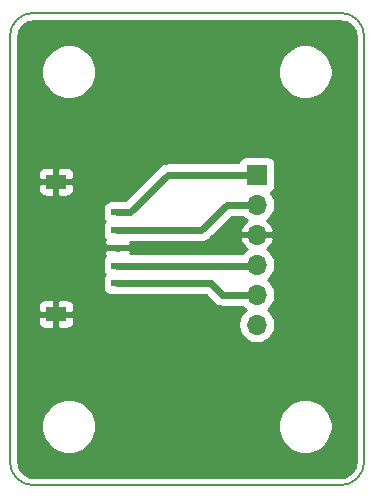
<source format=gbr>
G04 #@! TF.GenerationSoftware,KiCad,Pcbnew,5.1.6-c6e7f7d~86~ubuntu20.04.1*
G04 #@! TF.CreationDate,2020-05-17T01:17:36+03:00*
G04 #@! TF.ProjectId,PIC-ICSP-504050,5049432d-4943-4535-902d-353034303530,v1.0*
G04 #@! TF.SameCoordinates,Original*
G04 #@! TF.FileFunction,Copper,L1,Top*
G04 #@! TF.FilePolarity,Positive*
%FSLAX46Y46*%
G04 Gerber Fmt 4.6, Leading zero omitted, Abs format (unit mm)*
G04 Created by KiCad (PCBNEW 5.1.6-c6e7f7d~86~ubuntu20.04.1) date 2020-05-17 01:17:36*
%MOMM*%
%LPD*%
G01*
G04 APERTURE LIST*
G04 #@! TA.AperFunction,Profile*
%ADD10C,0.150000*%
G04 #@! TD*
G04 #@! TA.AperFunction,SMDPad,CuDef*
%ADD11R,1.000000X0.600000*%
G04 #@! TD*
G04 #@! TA.AperFunction,SMDPad,CuDef*
%ADD12R,1.800000X1.250000*%
G04 #@! TD*
G04 #@! TA.AperFunction,ComponentPad*
%ADD13R,1.700000X1.700000*%
G04 #@! TD*
G04 #@! TA.AperFunction,ComponentPad*
%ADD14O,1.700000X1.700000*%
G04 #@! TD*
G04 #@! TA.AperFunction,Conductor*
%ADD15C,0.600000*%
G04 #@! TD*
G04 #@! TA.AperFunction,Conductor*
%ADD16C,0.254000*%
G04 #@! TD*
G04 APERTURE END LIST*
D10*
X78000000Y-50000000D02*
G75*
G02*
X80000000Y-52000000I0J-2000000D01*
G01*
X80000000Y-88000000D02*
G75*
G02*
X78000000Y-90000000I-2000000J0D01*
G01*
X52000000Y-90000000D02*
G75*
G02*
X50000000Y-88000000I0J2000000D01*
G01*
X50000000Y-52000000D02*
G75*
G02*
X52000000Y-50000000I2000000J0D01*
G01*
X50000000Y-88000000D02*
X50000000Y-52000000D01*
X52000000Y-90000000D02*
X78000000Y-90000000D01*
X80000000Y-52000000D02*
X80000000Y-88000000D01*
X52000000Y-50000000D02*
X78000000Y-50000000D01*
D11*
X59095000Y-72900000D03*
X59095000Y-71400000D03*
X59095000Y-69900000D03*
X59095000Y-68400000D03*
X59095000Y-66900000D03*
D12*
X53905000Y-75505000D03*
X53905000Y-64295000D03*
D13*
X70900000Y-63700000D03*
D14*
X70900000Y-66240000D03*
X70900000Y-68780000D03*
X70900000Y-71320000D03*
X70900000Y-73860000D03*
X70900000Y-76400000D03*
D15*
X63395000Y-63700000D02*
X69450000Y-63700000D01*
X69450000Y-63700000D02*
X70900000Y-63700000D01*
X60195000Y-66900000D02*
X63395000Y-63700000D01*
X59095000Y-66900000D02*
X60195000Y-66900000D01*
X68360000Y-66240000D02*
X70900000Y-66240000D01*
X59095000Y-68400000D02*
X66200000Y-68400000D01*
X66200000Y-68400000D02*
X68360000Y-66240000D01*
X70820000Y-71400000D02*
X70900000Y-71320000D01*
X59095000Y-71400000D02*
X70820000Y-71400000D01*
X70890000Y-73850000D02*
X70900000Y-73860000D01*
X67950000Y-73850000D02*
X70890000Y-73850000D01*
X59095000Y-72900000D02*
X67000000Y-72900000D01*
X67000000Y-72900000D02*
X67950000Y-73850000D01*
D16*
G36*
X78249899Y-50737907D02*
G01*
X78490285Y-50810484D01*
X78711991Y-50928368D01*
X78906577Y-51087068D01*
X79066635Y-51280545D01*
X79186064Y-51501424D01*
X79260317Y-51741297D01*
X79290000Y-52023716D01*
X79290001Y-87965269D01*
X79262093Y-88249899D01*
X79189517Y-88490282D01*
X79071633Y-88711989D01*
X78912929Y-88906580D01*
X78719455Y-89066635D01*
X78498576Y-89186064D01*
X78258701Y-89260317D01*
X77976291Y-89290000D01*
X52034721Y-89290000D01*
X51750101Y-89262093D01*
X51509718Y-89189517D01*
X51288011Y-89071633D01*
X51093420Y-88912929D01*
X50933365Y-88719455D01*
X50813936Y-88498576D01*
X50739683Y-88258701D01*
X50710000Y-87976291D01*
X50710000Y-84770811D01*
X52673000Y-84770811D01*
X52673000Y-85229189D01*
X52762426Y-85678761D01*
X52937840Y-86102248D01*
X53192501Y-86483376D01*
X53516624Y-86807499D01*
X53897752Y-87062160D01*
X54321239Y-87237574D01*
X54770811Y-87327000D01*
X55229189Y-87327000D01*
X55678761Y-87237574D01*
X56102248Y-87062160D01*
X56483376Y-86807499D01*
X56807499Y-86483376D01*
X57062160Y-86102248D01*
X57237574Y-85678761D01*
X57327000Y-85229189D01*
X57327000Y-84770811D01*
X72673000Y-84770811D01*
X72673000Y-85229189D01*
X72762426Y-85678761D01*
X72937840Y-86102248D01*
X73192501Y-86483376D01*
X73516624Y-86807499D01*
X73897752Y-87062160D01*
X74321239Y-87237574D01*
X74770811Y-87327000D01*
X75229189Y-87327000D01*
X75678761Y-87237574D01*
X76102248Y-87062160D01*
X76483376Y-86807499D01*
X76807499Y-86483376D01*
X77062160Y-86102248D01*
X77237574Y-85678761D01*
X77327000Y-85229189D01*
X77327000Y-84770811D01*
X77237574Y-84321239D01*
X77062160Y-83897752D01*
X76807499Y-83516624D01*
X76483376Y-83192501D01*
X76102248Y-82937840D01*
X75678761Y-82762426D01*
X75229189Y-82673000D01*
X74770811Y-82673000D01*
X74321239Y-82762426D01*
X73897752Y-82937840D01*
X73516624Y-83192501D01*
X73192501Y-83516624D01*
X72937840Y-83897752D01*
X72762426Y-84321239D01*
X72673000Y-84770811D01*
X57327000Y-84770811D01*
X57237574Y-84321239D01*
X57062160Y-83897752D01*
X56807499Y-83516624D01*
X56483376Y-83192501D01*
X56102248Y-82937840D01*
X55678761Y-82762426D01*
X55229189Y-82673000D01*
X54770811Y-82673000D01*
X54321239Y-82762426D01*
X53897752Y-82937840D01*
X53516624Y-83192501D01*
X53192501Y-83516624D01*
X52937840Y-83897752D01*
X52762426Y-84321239D01*
X52673000Y-84770811D01*
X50710000Y-84770811D01*
X50710000Y-76130000D01*
X52366928Y-76130000D01*
X52379188Y-76254482D01*
X52415498Y-76374180D01*
X52474463Y-76484494D01*
X52553815Y-76581185D01*
X52650506Y-76660537D01*
X52760820Y-76719502D01*
X52880518Y-76755812D01*
X53005000Y-76768072D01*
X53619250Y-76765000D01*
X53778000Y-76606250D01*
X53778000Y-75632000D01*
X54032000Y-75632000D01*
X54032000Y-76606250D01*
X54190750Y-76765000D01*
X54805000Y-76768072D01*
X54929482Y-76755812D01*
X55049180Y-76719502D01*
X55159494Y-76660537D01*
X55256185Y-76581185D01*
X55335537Y-76484494D01*
X55394502Y-76374180D01*
X55430812Y-76254482D01*
X55443072Y-76130000D01*
X55440000Y-75790750D01*
X55281250Y-75632000D01*
X54032000Y-75632000D01*
X53778000Y-75632000D01*
X52528750Y-75632000D01*
X52370000Y-75790750D01*
X52366928Y-76130000D01*
X50710000Y-76130000D01*
X50710000Y-74880000D01*
X52366928Y-74880000D01*
X52370000Y-75219250D01*
X52528750Y-75378000D01*
X53778000Y-75378000D01*
X53778000Y-74403750D01*
X54032000Y-74403750D01*
X54032000Y-75378000D01*
X55281250Y-75378000D01*
X55440000Y-75219250D01*
X55443072Y-74880000D01*
X55430812Y-74755518D01*
X55394502Y-74635820D01*
X55335537Y-74525506D01*
X55256185Y-74428815D01*
X55159494Y-74349463D01*
X55049180Y-74290498D01*
X54929482Y-74254188D01*
X54805000Y-74241928D01*
X54190750Y-74245000D01*
X54032000Y-74403750D01*
X53778000Y-74403750D01*
X53619250Y-74245000D01*
X53005000Y-74241928D01*
X52880518Y-74254188D01*
X52760820Y-74290498D01*
X52650506Y-74349463D01*
X52553815Y-74428815D01*
X52474463Y-74525506D01*
X52415498Y-74635820D01*
X52379188Y-74755518D01*
X52366928Y-74880000D01*
X50710000Y-74880000D01*
X50710000Y-71100000D01*
X57864483Y-71100000D01*
X57864483Y-71700000D01*
X57878520Y-71842517D01*
X57920090Y-71979557D01*
X57987597Y-72105853D01*
X58023827Y-72150000D01*
X57987597Y-72194147D01*
X57920090Y-72320443D01*
X57878520Y-72457483D01*
X57864483Y-72600000D01*
X57864483Y-73200000D01*
X57878520Y-73342517D01*
X57920090Y-73479557D01*
X57987597Y-73605853D01*
X58078446Y-73716554D01*
X58189147Y-73807403D01*
X58315443Y-73874910D01*
X58452483Y-73916480D01*
X58595000Y-73930517D01*
X59595000Y-73930517D01*
X59630708Y-73927000D01*
X66574604Y-73927000D01*
X67188127Y-74540524D01*
X67220288Y-74579712D01*
X67376669Y-74708051D01*
X67555083Y-74803415D01*
X67689947Y-74844326D01*
X67748672Y-74862140D01*
X67766831Y-74863928D01*
X67899549Y-74877000D01*
X67899556Y-74877000D01*
X67950000Y-74881968D01*
X68000443Y-74877000D01*
X69686785Y-74877000D01*
X69894721Y-75084936D01*
X69962164Y-75130000D01*
X69894721Y-75175064D01*
X69675064Y-75394721D01*
X69502481Y-75653011D01*
X69383604Y-75940006D01*
X69323000Y-76244679D01*
X69323000Y-76555321D01*
X69383604Y-76859994D01*
X69502481Y-77146989D01*
X69675064Y-77405279D01*
X69894721Y-77624936D01*
X70153011Y-77797519D01*
X70440006Y-77916396D01*
X70744679Y-77977000D01*
X71055321Y-77977000D01*
X71359994Y-77916396D01*
X71646989Y-77797519D01*
X71905279Y-77624936D01*
X72124936Y-77405279D01*
X72297519Y-77146989D01*
X72416396Y-76859994D01*
X72477000Y-76555321D01*
X72477000Y-76244679D01*
X72416396Y-75940006D01*
X72297519Y-75653011D01*
X72124936Y-75394721D01*
X71905279Y-75175064D01*
X71837836Y-75130000D01*
X71905279Y-75084936D01*
X72124936Y-74865279D01*
X72297519Y-74606989D01*
X72416396Y-74319994D01*
X72477000Y-74015321D01*
X72477000Y-73704679D01*
X72416396Y-73400006D01*
X72297519Y-73113011D01*
X72124936Y-72854721D01*
X71905279Y-72635064D01*
X71837836Y-72590000D01*
X71905279Y-72544936D01*
X72124936Y-72325279D01*
X72297519Y-72066989D01*
X72416396Y-71779994D01*
X72477000Y-71475321D01*
X72477000Y-71164679D01*
X72416396Y-70860006D01*
X72297519Y-70573011D01*
X72124936Y-70314721D01*
X71905279Y-70095064D01*
X71752014Y-69992656D01*
X71781355Y-69975178D01*
X71997588Y-69780269D01*
X72171641Y-69546920D01*
X72296825Y-69284099D01*
X72341476Y-69136890D01*
X72220155Y-68907000D01*
X71027000Y-68907000D01*
X71027000Y-68927000D01*
X70773000Y-68927000D01*
X70773000Y-68907000D01*
X69579845Y-68907000D01*
X69458524Y-69136890D01*
X69503175Y-69284099D01*
X69628359Y-69546920D01*
X69802412Y-69780269D01*
X70018645Y-69975178D01*
X70047986Y-69992656D01*
X69894721Y-70095064D01*
X69675064Y-70314721D01*
X69636123Y-70373000D01*
X60206094Y-70373000D01*
X60220812Y-70324482D01*
X60233072Y-70200000D01*
X60230000Y-70185750D01*
X60071250Y-70027000D01*
X59222000Y-70027000D01*
X59222000Y-70047000D01*
X58968000Y-70047000D01*
X58968000Y-70027000D01*
X58118750Y-70027000D01*
X57960000Y-70185750D01*
X57956928Y-70200000D01*
X57969188Y-70324482D01*
X58005498Y-70444180D01*
X58064463Y-70554494D01*
X58084288Y-70578651D01*
X58078446Y-70583446D01*
X57987597Y-70694147D01*
X57920090Y-70820443D01*
X57878520Y-70957483D01*
X57864483Y-71100000D01*
X50710000Y-71100000D01*
X50710000Y-66600000D01*
X57864483Y-66600000D01*
X57864483Y-67200000D01*
X57878520Y-67342517D01*
X57920090Y-67479557D01*
X57987597Y-67605853D01*
X58023827Y-67650000D01*
X57987597Y-67694147D01*
X57920090Y-67820443D01*
X57878520Y-67957483D01*
X57864483Y-68100000D01*
X57864483Y-68700000D01*
X57878520Y-68842517D01*
X57920090Y-68979557D01*
X57987597Y-69105853D01*
X58078446Y-69216554D01*
X58084288Y-69221349D01*
X58064463Y-69245506D01*
X58005498Y-69355820D01*
X57969188Y-69475518D01*
X57956928Y-69600000D01*
X57960000Y-69614250D01*
X58118750Y-69773000D01*
X58968000Y-69773000D01*
X58968000Y-69753000D01*
X59222000Y-69753000D01*
X59222000Y-69773000D01*
X60071250Y-69773000D01*
X60230000Y-69614250D01*
X60233072Y-69600000D01*
X60220812Y-69475518D01*
X60206094Y-69427000D01*
X66149559Y-69427000D01*
X66200000Y-69431968D01*
X66250441Y-69427000D01*
X66250451Y-69427000D01*
X66401327Y-69412140D01*
X66594917Y-69353415D01*
X66773331Y-69258051D01*
X66929712Y-69129712D01*
X66961877Y-69090519D01*
X68785397Y-67267000D01*
X69696785Y-67267000D01*
X69894721Y-67464936D01*
X70047986Y-67567344D01*
X70018645Y-67584822D01*
X69802412Y-67779731D01*
X69628359Y-68013080D01*
X69503175Y-68275901D01*
X69458524Y-68423110D01*
X69579845Y-68653000D01*
X70773000Y-68653000D01*
X70773000Y-68633000D01*
X71027000Y-68633000D01*
X71027000Y-68653000D01*
X72220155Y-68653000D01*
X72341476Y-68423110D01*
X72296825Y-68275901D01*
X72171641Y-68013080D01*
X71997588Y-67779731D01*
X71781355Y-67584822D01*
X71752014Y-67567344D01*
X71905279Y-67464936D01*
X72124936Y-67245279D01*
X72297519Y-66986989D01*
X72416396Y-66699994D01*
X72477000Y-66395321D01*
X72477000Y-66084679D01*
X72416396Y-65780006D01*
X72297519Y-65493011D01*
X72124936Y-65234721D01*
X72085319Y-65195104D01*
X72155853Y-65157403D01*
X72266554Y-65066554D01*
X72357403Y-64955853D01*
X72424910Y-64829557D01*
X72466480Y-64692517D01*
X72480517Y-64550000D01*
X72480517Y-62850000D01*
X72466480Y-62707483D01*
X72424910Y-62570443D01*
X72357403Y-62444147D01*
X72266554Y-62333446D01*
X72155853Y-62242597D01*
X72029557Y-62175090D01*
X71892517Y-62133520D01*
X71750000Y-62119483D01*
X70050000Y-62119483D01*
X69907483Y-62133520D01*
X69770443Y-62175090D01*
X69644147Y-62242597D01*
X69533446Y-62333446D01*
X69442597Y-62444147D01*
X69375090Y-62570443D01*
X69343980Y-62673000D01*
X63445440Y-62673000D01*
X63394999Y-62668032D01*
X63344558Y-62673000D01*
X63344549Y-62673000D01*
X63193673Y-62687860D01*
X63000083Y-62746585D01*
X62821669Y-62841949D01*
X62665288Y-62970288D01*
X62633128Y-63009475D01*
X59769604Y-65873000D01*
X59630708Y-65873000D01*
X59595000Y-65869483D01*
X58595000Y-65869483D01*
X58452483Y-65883520D01*
X58315443Y-65925090D01*
X58189147Y-65992597D01*
X58078446Y-66083446D01*
X57987597Y-66194147D01*
X57920090Y-66320443D01*
X57878520Y-66457483D01*
X57864483Y-66600000D01*
X50710000Y-66600000D01*
X50710000Y-64920000D01*
X52366928Y-64920000D01*
X52379188Y-65044482D01*
X52415498Y-65164180D01*
X52474463Y-65274494D01*
X52553815Y-65371185D01*
X52650506Y-65450537D01*
X52760820Y-65509502D01*
X52880518Y-65545812D01*
X53005000Y-65558072D01*
X53619250Y-65555000D01*
X53778000Y-65396250D01*
X53778000Y-64422000D01*
X54032000Y-64422000D01*
X54032000Y-65396250D01*
X54190750Y-65555000D01*
X54805000Y-65558072D01*
X54929482Y-65545812D01*
X55049180Y-65509502D01*
X55159494Y-65450537D01*
X55256185Y-65371185D01*
X55335537Y-65274494D01*
X55394502Y-65164180D01*
X55430812Y-65044482D01*
X55443072Y-64920000D01*
X55440000Y-64580750D01*
X55281250Y-64422000D01*
X54032000Y-64422000D01*
X53778000Y-64422000D01*
X52528750Y-64422000D01*
X52370000Y-64580750D01*
X52366928Y-64920000D01*
X50710000Y-64920000D01*
X50710000Y-63670000D01*
X52366928Y-63670000D01*
X52370000Y-64009250D01*
X52528750Y-64168000D01*
X53778000Y-64168000D01*
X53778000Y-63193750D01*
X54032000Y-63193750D01*
X54032000Y-64168000D01*
X55281250Y-64168000D01*
X55440000Y-64009250D01*
X55443072Y-63670000D01*
X55430812Y-63545518D01*
X55394502Y-63425820D01*
X55335537Y-63315506D01*
X55256185Y-63218815D01*
X55159494Y-63139463D01*
X55049180Y-63080498D01*
X54929482Y-63044188D01*
X54805000Y-63031928D01*
X54190750Y-63035000D01*
X54032000Y-63193750D01*
X53778000Y-63193750D01*
X53619250Y-63035000D01*
X53005000Y-63031928D01*
X52880518Y-63044188D01*
X52760820Y-63080498D01*
X52650506Y-63139463D01*
X52553815Y-63218815D01*
X52474463Y-63315506D01*
X52415498Y-63425820D01*
X52379188Y-63545518D01*
X52366928Y-63670000D01*
X50710000Y-63670000D01*
X50710000Y-54770811D01*
X52673000Y-54770811D01*
X52673000Y-55229189D01*
X52762426Y-55678761D01*
X52937840Y-56102248D01*
X53192501Y-56483376D01*
X53516624Y-56807499D01*
X53897752Y-57062160D01*
X54321239Y-57237574D01*
X54770811Y-57327000D01*
X55229189Y-57327000D01*
X55678761Y-57237574D01*
X56102248Y-57062160D01*
X56483376Y-56807499D01*
X56807499Y-56483376D01*
X57062160Y-56102248D01*
X57237574Y-55678761D01*
X57327000Y-55229189D01*
X57327000Y-54770811D01*
X72673000Y-54770811D01*
X72673000Y-55229189D01*
X72762426Y-55678761D01*
X72937840Y-56102248D01*
X73192501Y-56483376D01*
X73516624Y-56807499D01*
X73897752Y-57062160D01*
X74321239Y-57237574D01*
X74770811Y-57327000D01*
X75229189Y-57327000D01*
X75678761Y-57237574D01*
X76102248Y-57062160D01*
X76483376Y-56807499D01*
X76807499Y-56483376D01*
X77062160Y-56102248D01*
X77237574Y-55678761D01*
X77327000Y-55229189D01*
X77327000Y-54770811D01*
X77237574Y-54321239D01*
X77062160Y-53897752D01*
X76807499Y-53516624D01*
X76483376Y-53192501D01*
X76102248Y-52937840D01*
X75678761Y-52762426D01*
X75229189Y-52673000D01*
X74770811Y-52673000D01*
X74321239Y-52762426D01*
X73897752Y-52937840D01*
X73516624Y-53192501D01*
X73192501Y-53516624D01*
X72937840Y-53897752D01*
X72762426Y-54321239D01*
X72673000Y-54770811D01*
X57327000Y-54770811D01*
X57237574Y-54321239D01*
X57062160Y-53897752D01*
X56807499Y-53516624D01*
X56483376Y-53192501D01*
X56102248Y-52937840D01*
X55678761Y-52762426D01*
X55229189Y-52673000D01*
X54770811Y-52673000D01*
X54321239Y-52762426D01*
X53897752Y-52937840D01*
X53516624Y-53192501D01*
X53192501Y-53516624D01*
X52937840Y-53897752D01*
X52762426Y-54321239D01*
X52673000Y-54770811D01*
X50710000Y-54770811D01*
X50710000Y-52034721D01*
X50737907Y-51750101D01*
X50810484Y-51509715D01*
X50928368Y-51288009D01*
X51087068Y-51093423D01*
X51280545Y-50933365D01*
X51501424Y-50813936D01*
X51741297Y-50739683D01*
X52023716Y-50710000D01*
X77965279Y-50710000D01*
X78249899Y-50737907D01*
G37*
X78249899Y-50737907D02*
X78490285Y-50810484D01*
X78711991Y-50928368D01*
X78906577Y-51087068D01*
X79066635Y-51280545D01*
X79186064Y-51501424D01*
X79260317Y-51741297D01*
X79290000Y-52023716D01*
X79290001Y-87965269D01*
X79262093Y-88249899D01*
X79189517Y-88490282D01*
X79071633Y-88711989D01*
X78912929Y-88906580D01*
X78719455Y-89066635D01*
X78498576Y-89186064D01*
X78258701Y-89260317D01*
X77976291Y-89290000D01*
X52034721Y-89290000D01*
X51750101Y-89262093D01*
X51509718Y-89189517D01*
X51288011Y-89071633D01*
X51093420Y-88912929D01*
X50933365Y-88719455D01*
X50813936Y-88498576D01*
X50739683Y-88258701D01*
X50710000Y-87976291D01*
X50710000Y-84770811D01*
X52673000Y-84770811D01*
X52673000Y-85229189D01*
X52762426Y-85678761D01*
X52937840Y-86102248D01*
X53192501Y-86483376D01*
X53516624Y-86807499D01*
X53897752Y-87062160D01*
X54321239Y-87237574D01*
X54770811Y-87327000D01*
X55229189Y-87327000D01*
X55678761Y-87237574D01*
X56102248Y-87062160D01*
X56483376Y-86807499D01*
X56807499Y-86483376D01*
X57062160Y-86102248D01*
X57237574Y-85678761D01*
X57327000Y-85229189D01*
X57327000Y-84770811D01*
X72673000Y-84770811D01*
X72673000Y-85229189D01*
X72762426Y-85678761D01*
X72937840Y-86102248D01*
X73192501Y-86483376D01*
X73516624Y-86807499D01*
X73897752Y-87062160D01*
X74321239Y-87237574D01*
X74770811Y-87327000D01*
X75229189Y-87327000D01*
X75678761Y-87237574D01*
X76102248Y-87062160D01*
X76483376Y-86807499D01*
X76807499Y-86483376D01*
X77062160Y-86102248D01*
X77237574Y-85678761D01*
X77327000Y-85229189D01*
X77327000Y-84770811D01*
X77237574Y-84321239D01*
X77062160Y-83897752D01*
X76807499Y-83516624D01*
X76483376Y-83192501D01*
X76102248Y-82937840D01*
X75678761Y-82762426D01*
X75229189Y-82673000D01*
X74770811Y-82673000D01*
X74321239Y-82762426D01*
X73897752Y-82937840D01*
X73516624Y-83192501D01*
X73192501Y-83516624D01*
X72937840Y-83897752D01*
X72762426Y-84321239D01*
X72673000Y-84770811D01*
X57327000Y-84770811D01*
X57237574Y-84321239D01*
X57062160Y-83897752D01*
X56807499Y-83516624D01*
X56483376Y-83192501D01*
X56102248Y-82937840D01*
X55678761Y-82762426D01*
X55229189Y-82673000D01*
X54770811Y-82673000D01*
X54321239Y-82762426D01*
X53897752Y-82937840D01*
X53516624Y-83192501D01*
X53192501Y-83516624D01*
X52937840Y-83897752D01*
X52762426Y-84321239D01*
X52673000Y-84770811D01*
X50710000Y-84770811D01*
X50710000Y-76130000D01*
X52366928Y-76130000D01*
X52379188Y-76254482D01*
X52415498Y-76374180D01*
X52474463Y-76484494D01*
X52553815Y-76581185D01*
X52650506Y-76660537D01*
X52760820Y-76719502D01*
X52880518Y-76755812D01*
X53005000Y-76768072D01*
X53619250Y-76765000D01*
X53778000Y-76606250D01*
X53778000Y-75632000D01*
X54032000Y-75632000D01*
X54032000Y-76606250D01*
X54190750Y-76765000D01*
X54805000Y-76768072D01*
X54929482Y-76755812D01*
X55049180Y-76719502D01*
X55159494Y-76660537D01*
X55256185Y-76581185D01*
X55335537Y-76484494D01*
X55394502Y-76374180D01*
X55430812Y-76254482D01*
X55443072Y-76130000D01*
X55440000Y-75790750D01*
X55281250Y-75632000D01*
X54032000Y-75632000D01*
X53778000Y-75632000D01*
X52528750Y-75632000D01*
X52370000Y-75790750D01*
X52366928Y-76130000D01*
X50710000Y-76130000D01*
X50710000Y-74880000D01*
X52366928Y-74880000D01*
X52370000Y-75219250D01*
X52528750Y-75378000D01*
X53778000Y-75378000D01*
X53778000Y-74403750D01*
X54032000Y-74403750D01*
X54032000Y-75378000D01*
X55281250Y-75378000D01*
X55440000Y-75219250D01*
X55443072Y-74880000D01*
X55430812Y-74755518D01*
X55394502Y-74635820D01*
X55335537Y-74525506D01*
X55256185Y-74428815D01*
X55159494Y-74349463D01*
X55049180Y-74290498D01*
X54929482Y-74254188D01*
X54805000Y-74241928D01*
X54190750Y-74245000D01*
X54032000Y-74403750D01*
X53778000Y-74403750D01*
X53619250Y-74245000D01*
X53005000Y-74241928D01*
X52880518Y-74254188D01*
X52760820Y-74290498D01*
X52650506Y-74349463D01*
X52553815Y-74428815D01*
X52474463Y-74525506D01*
X52415498Y-74635820D01*
X52379188Y-74755518D01*
X52366928Y-74880000D01*
X50710000Y-74880000D01*
X50710000Y-71100000D01*
X57864483Y-71100000D01*
X57864483Y-71700000D01*
X57878520Y-71842517D01*
X57920090Y-71979557D01*
X57987597Y-72105853D01*
X58023827Y-72150000D01*
X57987597Y-72194147D01*
X57920090Y-72320443D01*
X57878520Y-72457483D01*
X57864483Y-72600000D01*
X57864483Y-73200000D01*
X57878520Y-73342517D01*
X57920090Y-73479557D01*
X57987597Y-73605853D01*
X58078446Y-73716554D01*
X58189147Y-73807403D01*
X58315443Y-73874910D01*
X58452483Y-73916480D01*
X58595000Y-73930517D01*
X59595000Y-73930517D01*
X59630708Y-73927000D01*
X66574604Y-73927000D01*
X67188127Y-74540524D01*
X67220288Y-74579712D01*
X67376669Y-74708051D01*
X67555083Y-74803415D01*
X67689947Y-74844326D01*
X67748672Y-74862140D01*
X67766831Y-74863928D01*
X67899549Y-74877000D01*
X67899556Y-74877000D01*
X67950000Y-74881968D01*
X68000443Y-74877000D01*
X69686785Y-74877000D01*
X69894721Y-75084936D01*
X69962164Y-75130000D01*
X69894721Y-75175064D01*
X69675064Y-75394721D01*
X69502481Y-75653011D01*
X69383604Y-75940006D01*
X69323000Y-76244679D01*
X69323000Y-76555321D01*
X69383604Y-76859994D01*
X69502481Y-77146989D01*
X69675064Y-77405279D01*
X69894721Y-77624936D01*
X70153011Y-77797519D01*
X70440006Y-77916396D01*
X70744679Y-77977000D01*
X71055321Y-77977000D01*
X71359994Y-77916396D01*
X71646989Y-77797519D01*
X71905279Y-77624936D01*
X72124936Y-77405279D01*
X72297519Y-77146989D01*
X72416396Y-76859994D01*
X72477000Y-76555321D01*
X72477000Y-76244679D01*
X72416396Y-75940006D01*
X72297519Y-75653011D01*
X72124936Y-75394721D01*
X71905279Y-75175064D01*
X71837836Y-75130000D01*
X71905279Y-75084936D01*
X72124936Y-74865279D01*
X72297519Y-74606989D01*
X72416396Y-74319994D01*
X72477000Y-74015321D01*
X72477000Y-73704679D01*
X72416396Y-73400006D01*
X72297519Y-73113011D01*
X72124936Y-72854721D01*
X71905279Y-72635064D01*
X71837836Y-72590000D01*
X71905279Y-72544936D01*
X72124936Y-72325279D01*
X72297519Y-72066989D01*
X72416396Y-71779994D01*
X72477000Y-71475321D01*
X72477000Y-71164679D01*
X72416396Y-70860006D01*
X72297519Y-70573011D01*
X72124936Y-70314721D01*
X71905279Y-70095064D01*
X71752014Y-69992656D01*
X71781355Y-69975178D01*
X71997588Y-69780269D01*
X72171641Y-69546920D01*
X72296825Y-69284099D01*
X72341476Y-69136890D01*
X72220155Y-68907000D01*
X71027000Y-68907000D01*
X71027000Y-68927000D01*
X70773000Y-68927000D01*
X70773000Y-68907000D01*
X69579845Y-68907000D01*
X69458524Y-69136890D01*
X69503175Y-69284099D01*
X69628359Y-69546920D01*
X69802412Y-69780269D01*
X70018645Y-69975178D01*
X70047986Y-69992656D01*
X69894721Y-70095064D01*
X69675064Y-70314721D01*
X69636123Y-70373000D01*
X60206094Y-70373000D01*
X60220812Y-70324482D01*
X60233072Y-70200000D01*
X60230000Y-70185750D01*
X60071250Y-70027000D01*
X59222000Y-70027000D01*
X59222000Y-70047000D01*
X58968000Y-70047000D01*
X58968000Y-70027000D01*
X58118750Y-70027000D01*
X57960000Y-70185750D01*
X57956928Y-70200000D01*
X57969188Y-70324482D01*
X58005498Y-70444180D01*
X58064463Y-70554494D01*
X58084288Y-70578651D01*
X58078446Y-70583446D01*
X57987597Y-70694147D01*
X57920090Y-70820443D01*
X57878520Y-70957483D01*
X57864483Y-71100000D01*
X50710000Y-71100000D01*
X50710000Y-66600000D01*
X57864483Y-66600000D01*
X57864483Y-67200000D01*
X57878520Y-67342517D01*
X57920090Y-67479557D01*
X57987597Y-67605853D01*
X58023827Y-67650000D01*
X57987597Y-67694147D01*
X57920090Y-67820443D01*
X57878520Y-67957483D01*
X57864483Y-68100000D01*
X57864483Y-68700000D01*
X57878520Y-68842517D01*
X57920090Y-68979557D01*
X57987597Y-69105853D01*
X58078446Y-69216554D01*
X58084288Y-69221349D01*
X58064463Y-69245506D01*
X58005498Y-69355820D01*
X57969188Y-69475518D01*
X57956928Y-69600000D01*
X57960000Y-69614250D01*
X58118750Y-69773000D01*
X58968000Y-69773000D01*
X58968000Y-69753000D01*
X59222000Y-69753000D01*
X59222000Y-69773000D01*
X60071250Y-69773000D01*
X60230000Y-69614250D01*
X60233072Y-69600000D01*
X60220812Y-69475518D01*
X60206094Y-69427000D01*
X66149559Y-69427000D01*
X66200000Y-69431968D01*
X66250441Y-69427000D01*
X66250451Y-69427000D01*
X66401327Y-69412140D01*
X66594917Y-69353415D01*
X66773331Y-69258051D01*
X66929712Y-69129712D01*
X66961877Y-69090519D01*
X68785397Y-67267000D01*
X69696785Y-67267000D01*
X69894721Y-67464936D01*
X70047986Y-67567344D01*
X70018645Y-67584822D01*
X69802412Y-67779731D01*
X69628359Y-68013080D01*
X69503175Y-68275901D01*
X69458524Y-68423110D01*
X69579845Y-68653000D01*
X70773000Y-68653000D01*
X70773000Y-68633000D01*
X71027000Y-68633000D01*
X71027000Y-68653000D01*
X72220155Y-68653000D01*
X72341476Y-68423110D01*
X72296825Y-68275901D01*
X72171641Y-68013080D01*
X71997588Y-67779731D01*
X71781355Y-67584822D01*
X71752014Y-67567344D01*
X71905279Y-67464936D01*
X72124936Y-67245279D01*
X72297519Y-66986989D01*
X72416396Y-66699994D01*
X72477000Y-66395321D01*
X72477000Y-66084679D01*
X72416396Y-65780006D01*
X72297519Y-65493011D01*
X72124936Y-65234721D01*
X72085319Y-65195104D01*
X72155853Y-65157403D01*
X72266554Y-65066554D01*
X72357403Y-64955853D01*
X72424910Y-64829557D01*
X72466480Y-64692517D01*
X72480517Y-64550000D01*
X72480517Y-62850000D01*
X72466480Y-62707483D01*
X72424910Y-62570443D01*
X72357403Y-62444147D01*
X72266554Y-62333446D01*
X72155853Y-62242597D01*
X72029557Y-62175090D01*
X71892517Y-62133520D01*
X71750000Y-62119483D01*
X70050000Y-62119483D01*
X69907483Y-62133520D01*
X69770443Y-62175090D01*
X69644147Y-62242597D01*
X69533446Y-62333446D01*
X69442597Y-62444147D01*
X69375090Y-62570443D01*
X69343980Y-62673000D01*
X63445440Y-62673000D01*
X63394999Y-62668032D01*
X63344558Y-62673000D01*
X63344549Y-62673000D01*
X63193673Y-62687860D01*
X63000083Y-62746585D01*
X62821669Y-62841949D01*
X62665288Y-62970288D01*
X62633128Y-63009475D01*
X59769604Y-65873000D01*
X59630708Y-65873000D01*
X59595000Y-65869483D01*
X58595000Y-65869483D01*
X58452483Y-65883520D01*
X58315443Y-65925090D01*
X58189147Y-65992597D01*
X58078446Y-66083446D01*
X57987597Y-66194147D01*
X57920090Y-66320443D01*
X57878520Y-66457483D01*
X57864483Y-66600000D01*
X50710000Y-66600000D01*
X50710000Y-64920000D01*
X52366928Y-64920000D01*
X52379188Y-65044482D01*
X52415498Y-65164180D01*
X52474463Y-65274494D01*
X52553815Y-65371185D01*
X52650506Y-65450537D01*
X52760820Y-65509502D01*
X52880518Y-65545812D01*
X53005000Y-65558072D01*
X53619250Y-65555000D01*
X53778000Y-65396250D01*
X53778000Y-64422000D01*
X54032000Y-64422000D01*
X54032000Y-65396250D01*
X54190750Y-65555000D01*
X54805000Y-65558072D01*
X54929482Y-65545812D01*
X55049180Y-65509502D01*
X55159494Y-65450537D01*
X55256185Y-65371185D01*
X55335537Y-65274494D01*
X55394502Y-65164180D01*
X55430812Y-65044482D01*
X55443072Y-64920000D01*
X55440000Y-64580750D01*
X55281250Y-64422000D01*
X54032000Y-64422000D01*
X53778000Y-64422000D01*
X52528750Y-64422000D01*
X52370000Y-64580750D01*
X52366928Y-64920000D01*
X50710000Y-64920000D01*
X50710000Y-63670000D01*
X52366928Y-63670000D01*
X52370000Y-64009250D01*
X52528750Y-64168000D01*
X53778000Y-64168000D01*
X53778000Y-63193750D01*
X54032000Y-63193750D01*
X54032000Y-64168000D01*
X55281250Y-64168000D01*
X55440000Y-64009250D01*
X55443072Y-63670000D01*
X55430812Y-63545518D01*
X55394502Y-63425820D01*
X55335537Y-63315506D01*
X55256185Y-63218815D01*
X55159494Y-63139463D01*
X55049180Y-63080498D01*
X54929482Y-63044188D01*
X54805000Y-63031928D01*
X54190750Y-63035000D01*
X54032000Y-63193750D01*
X53778000Y-63193750D01*
X53619250Y-63035000D01*
X53005000Y-63031928D01*
X52880518Y-63044188D01*
X52760820Y-63080498D01*
X52650506Y-63139463D01*
X52553815Y-63218815D01*
X52474463Y-63315506D01*
X52415498Y-63425820D01*
X52379188Y-63545518D01*
X52366928Y-63670000D01*
X50710000Y-63670000D01*
X50710000Y-54770811D01*
X52673000Y-54770811D01*
X52673000Y-55229189D01*
X52762426Y-55678761D01*
X52937840Y-56102248D01*
X53192501Y-56483376D01*
X53516624Y-56807499D01*
X53897752Y-57062160D01*
X54321239Y-57237574D01*
X54770811Y-57327000D01*
X55229189Y-57327000D01*
X55678761Y-57237574D01*
X56102248Y-57062160D01*
X56483376Y-56807499D01*
X56807499Y-56483376D01*
X57062160Y-56102248D01*
X57237574Y-55678761D01*
X57327000Y-55229189D01*
X57327000Y-54770811D01*
X72673000Y-54770811D01*
X72673000Y-55229189D01*
X72762426Y-55678761D01*
X72937840Y-56102248D01*
X73192501Y-56483376D01*
X73516624Y-56807499D01*
X73897752Y-57062160D01*
X74321239Y-57237574D01*
X74770811Y-57327000D01*
X75229189Y-57327000D01*
X75678761Y-57237574D01*
X76102248Y-57062160D01*
X76483376Y-56807499D01*
X76807499Y-56483376D01*
X77062160Y-56102248D01*
X77237574Y-55678761D01*
X77327000Y-55229189D01*
X77327000Y-54770811D01*
X77237574Y-54321239D01*
X77062160Y-53897752D01*
X76807499Y-53516624D01*
X76483376Y-53192501D01*
X76102248Y-52937840D01*
X75678761Y-52762426D01*
X75229189Y-52673000D01*
X74770811Y-52673000D01*
X74321239Y-52762426D01*
X73897752Y-52937840D01*
X73516624Y-53192501D01*
X73192501Y-53516624D01*
X72937840Y-53897752D01*
X72762426Y-54321239D01*
X72673000Y-54770811D01*
X57327000Y-54770811D01*
X57237574Y-54321239D01*
X57062160Y-53897752D01*
X56807499Y-53516624D01*
X56483376Y-53192501D01*
X56102248Y-52937840D01*
X55678761Y-52762426D01*
X55229189Y-52673000D01*
X54770811Y-52673000D01*
X54321239Y-52762426D01*
X53897752Y-52937840D01*
X53516624Y-53192501D01*
X53192501Y-53516624D01*
X52937840Y-53897752D01*
X52762426Y-54321239D01*
X52673000Y-54770811D01*
X50710000Y-54770811D01*
X50710000Y-52034721D01*
X50737907Y-51750101D01*
X50810484Y-51509715D01*
X50928368Y-51288009D01*
X51087068Y-51093423D01*
X51280545Y-50933365D01*
X51501424Y-50813936D01*
X51741297Y-50739683D01*
X52023716Y-50710000D01*
X77965279Y-50710000D01*
X78249899Y-50737907D01*
M02*

</source>
